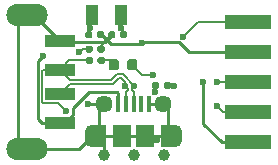
<source format=gbr>
%TF.GenerationSoftware,KiCad,Pcbnew,(5.1.6)-1*%
%TF.CreationDate,2020-09-29T18:05:28+08:00*%
%TF.ProjectId,stlink,73746c69-6e6b-42e6-9b69-6361645f7063,rev?*%
%TF.SameCoordinates,Original*%
%TF.FileFunction,Copper,L1,Top*%
%TF.FilePolarity,Positive*%
%FSLAX46Y46*%
G04 Gerber Fmt 4.6, Leading zero omitted, Abs format (unit mm)*
G04 Created by KiCad (PCBNEW (5.1.6)-1) date 2020-09-29 18:05:28*
%MOMM*%
%LPD*%
G01*
G04 APERTURE LIST*
%TA.AperFunction,ComponentPad*%
%ADD10C,1.000000*%
%TD*%
%TA.AperFunction,SMDPad,CuDef*%
%ADD11R,1.200000X1.900000*%
%TD*%
%TA.AperFunction,ComponentPad*%
%ADD12O,1.200000X1.900000*%
%TD*%
%TA.AperFunction,SMDPad,CuDef*%
%ADD13R,1.500000X1.900000*%
%TD*%
%TA.AperFunction,SMDPad,CuDef*%
%ADD14C,1.450000*%
%TD*%
%TA.AperFunction,SMDPad,CuDef*%
%ADD15R,0.400000X1.350000*%
%TD*%
%TA.AperFunction,SMDPad,CuDef*%
%ADD16R,1.000000X1.800000*%
%TD*%
%TA.AperFunction,SMDPad,CuDef*%
%ADD17R,4.000000X1.270000*%
%TD*%
%TA.AperFunction,ComponentPad*%
%ADD18O,3.500000X1.900000*%
%TD*%
%TA.AperFunction,SMDPad,CuDef*%
%ADD19R,2.500000X1.100000*%
%TD*%
%TA.AperFunction,ViaPad*%
%ADD20C,0.600000*%
%TD*%
%TA.AperFunction,Conductor*%
%ADD21C,0.250000*%
%TD*%
%TA.AperFunction,Conductor*%
%ADD22C,0.150000*%
%TD*%
G04 APERTURE END LIST*
D10*
%TO.P,J4,3*%
%TO.N,L_SWDIO*%
X13540000Y-13100000D03*
%TO.P,J4,2*%
%TO.N,L_SWCLK*%
X11000000Y-13100000D03*
%TO.P,J4,1*%
%TO.N,GND*%
X8460000Y-13100000D03*
%TD*%
D11*
%TO.P,J1,6*%
%TO.N,GND*%
X8100000Y-11437500D03*
X13900000Y-11437500D03*
D12*
X14500000Y-11437500D03*
X7500000Y-11437500D03*
D13*
X10000000Y-11437500D03*
D14*
X13500000Y-8737500D03*
D15*
%TO.P,J1,3*%
%TO.N,USB_P*%
X11000000Y-8737500D03*
%TO.P,J1,4*%
%TO.N,Net-(J1-Pad4)*%
X11650000Y-8737500D03*
%TO.P,J1,5*%
%TO.N,GND*%
X12300000Y-8737500D03*
%TO.P,J1,1*%
%TO.N,+5V*%
X9700000Y-8737500D03*
%TO.P,J1,2*%
%TO.N,USB_N*%
X10350000Y-8737500D03*
D14*
%TO.P,J1,6*%
%TO.N,GND*%
X8500000Y-8737500D03*
D13*
X12000000Y-11437500D03*
%TD*%
D16*
%TO.P,Y1,2*%
%TO.N,Net-(C2-Pad1)*%
X9940000Y-1230000D03*
%TO.P,Y1,1*%
%TO.N,Net-(C1-Pad1)*%
X7440000Y-1230000D03*
%TD*%
%TO.P,R3,2*%
%TO.N,T_JTMS*%
%TA.AperFunction,SMDPad,CuDef*%
G36*
G01*
X13160000Y-7027500D02*
X13160000Y-7372500D01*
G75*
G02*
X13012500Y-7520000I-147500J0D01*
G01*
X12717500Y-7520000D01*
G75*
G02*
X12570000Y-7372500I0J147500D01*
G01*
X12570000Y-7027500D01*
G75*
G02*
X12717500Y-6880000I147500J0D01*
G01*
X13012500Y-6880000D01*
G75*
G02*
X13160000Y-7027500I0J-147500D01*
G01*
G37*
%TD.AperFunction*%
%TO.P,R3,1*%
%TO.N,Net-(R3-Pad1)*%
%TA.AperFunction,SMDPad,CuDef*%
G36*
G01*
X14130000Y-7027500D02*
X14130000Y-7372500D01*
G75*
G02*
X13982500Y-7520000I-147500J0D01*
G01*
X13687500Y-7520000D01*
G75*
G02*
X13540000Y-7372500I0J147500D01*
G01*
X13540000Y-7027500D01*
G75*
G02*
X13687500Y-6880000I147500J0D01*
G01*
X13982500Y-6880000D01*
G75*
G02*
X14130000Y-7027500I0J-147500D01*
G01*
G37*
%TD.AperFunction*%
%TD*%
%TO.P,R2,2*%
%TO.N,Net-(D1-Pad1)*%
%TA.AperFunction,SMDPad,CuDef*%
G36*
G01*
X8077500Y-4790000D02*
X8422500Y-4790000D01*
G75*
G02*
X8570000Y-4937500I0J-147500D01*
G01*
X8570000Y-5232500D01*
G75*
G02*
X8422500Y-5380000I-147500J0D01*
G01*
X8077500Y-5380000D01*
G75*
G02*
X7930000Y-5232500I0J147500D01*
G01*
X7930000Y-4937500D01*
G75*
G02*
X8077500Y-4790000I147500J0D01*
G01*
G37*
%TD.AperFunction*%
%TO.P,R2,1*%
%TO.N,GND*%
%TA.AperFunction,SMDPad,CuDef*%
G36*
G01*
X8077500Y-3820000D02*
X8422500Y-3820000D01*
G75*
G02*
X8570000Y-3967500I0J-147500D01*
G01*
X8570000Y-4262500D01*
G75*
G02*
X8422500Y-4410000I-147500J0D01*
G01*
X8077500Y-4410000D01*
G75*
G02*
X7930000Y-4262500I0J147500D01*
G01*
X7930000Y-3967500D01*
G75*
G02*
X8077500Y-3820000I147500J0D01*
G01*
G37*
%TD.AperFunction*%
%TD*%
%TO.P,R1,2*%
%TO.N,+3V3*%
%TA.AperFunction,SMDPad,CuDef*%
G36*
G01*
X7422500Y-4410000D02*
X7077500Y-4410000D01*
G75*
G02*
X6930000Y-4262500I0J147500D01*
G01*
X6930000Y-3967500D01*
G75*
G02*
X7077500Y-3820000I147500J0D01*
G01*
X7422500Y-3820000D01*
G75*
G02*
X7570000Y-3967500I0J-147500D01*
G01*
X7570000Y-4262500D01*
G75*
G02*
X7422500Y-4410000I-147500J0D01*
G01*
G37*
%TD.AperFunction*%
%TO.P,R1,1*%
%TO.N,USB_P*%
%TA.AperFunction,SMDPad,CuDef*%
G36*
G01*
X7422500Y-5380000D02*
X7077500Y-5380000D01*
G75*
G02*
X6930000Y-5232500I0J147500D01*
G01*
X6930000Y-4937500D01*
G75*
G02*
X7077500Y-4790000I147500J0D01*
G01*
X7422500Y-4790000D01*
G75*
G02*
X7570000Y-4937500I0J-147500D01*
G01*
X7570000Y-5232500D01*
G75*
G02*
X7422500Y-5380000I-147500J0D01*
G01*
G37*
%TD.AperFunction*%
%TD*%
D17*
%TO.P,J3,5*%
%TO.N,+3V3*%
X20700000Y-11980000D03*
%TO.P,J3,4*%
%TO.N,T_JTMS*%
X20700000Y-9440000D03*
%TO.P,J3,3*%
%TO.N,T_JTCK*%
X20700000Y-6900000D03*
%TO.P,J3,2*%
%TO.N,GND*%
X20700000Y-4360000D03*
%TO.P,J3,1*%
%TO.N,T_nRST*%
X20700000Y-1820000D03*
%TD*%
D18*
%TO.P,J2,5*%
%TO.N,GND*%
X2000000Y-1200000D03*
X2000000Y-12600000D03*
D19*
%TO.P,J2,4*%
X4750000Y-3400000D03*
%TO.P,J2,1*%
%TO.N,+5V*%
X4750000Y-10400000D03*
%TO.P,J2,3*%
%TO.N,USB_P*%
X4750000Y-5900000D03*
%TO.P,J2,2*%
%TO.N,USB_N*%
X4750000Y-7900000D03*
%TD*%
%TO.P,D1,2*%
%TO.N,LED_STA*%
%TA.AperFunction,SMDPad,CuDef*%
G36*
G01*
X10450000Y-5706250D02*
X10450000Y-5193750D01*
G75*
G02*
X10668750Y-4975000I218750J0D01*
G01*
X11106250Y-4975000D01*
G75*
G02*
X11325000Y-5193750I0J-218750D01*
G01*
X11325000Y-5706250D01*
G75*
G02*
X11106250Y-5925000I-218750J0D01*
G01*
X10668750Y-5925000D01*
G75*
G02*
X10450000Y-5706250I0J218750D01*
G01*
G37*
%TD.AperFunction*%
%TO.P,D1,1*%
%TO.N,Net-(D1-Pad1)*%
%TA.AperFunction,SMDPad,CuDef*%
G36*
G01*
X8875000Y-5706250D02*
X8875000Y-5193750D01*
G75*
G02*
X9093750Y-4975000I218750J0D01*
G01*
X9531250Y-4975000D01*
G75*
G02*
X9750000Y-5193750I0J-218750D01*
G01*
X9750000Y-5706250D01*
G75*
G02*
X9531250Y-5925000I-218750J0D01*
G01*
X9093750Y-5925000D01*
G75*
G02*
X8875000Y-5706250I0J218750D01*
G01*
G37*
%TD.AperFunction*%
%TD*%
%TO.P,C2,2*%
%TO.N,GND*%
%TA.AperFunction,SMDPad,CuDef*%
G36*
G01*
X9460000Y-2727500D02*
X9460000Y-3072500D01*
G75*
G02*
X9312500Y-3220000I-147500J0D01*
G01*
X9017500Y-3220000D01*
G75*
G02*
X8870000Y-3072500I0J147500D01*
G01*
X8870000Y-2727500D01*
G75*
G02*
X9017500Y-2580000I147500J0D01*
G01*
X9312500Y-2580000D01*
G75*
G02*
X9460000Y-2727500I0J-147500D01*
G01*
G37*
%TD.AperFunction*%
%TO.P,C2,1*%
%TO.N,Net-(C2-Pad1)*%
%TA.AperFunction,SMDPad,CuDef*%
G36*
G01*
X10430000Y-2727500D02*
X10430000Y-3072500D01*
G75*
G02*
X10282500Y-3220000I-147500J0D01*
G01*
X9987500Y-3220000D01*
G75*
G02*
X9840000Y-3072500I0J147500D01*
G01*
X9840000Y-2727500D01*
G75*
G02*
X9987500Y-2580000I147500J0D01*
G01*
X10282500Y-2580000D01*
G75*
G02*
X10430000Y-2727500I0J-147500D01*
G01*
G37*
%TD.AperFunction*%
%TD*%
%TO.P,C1,2*%
%TO.N,GND*%
%TA.AperFunction,SMDPad,CuDef*%
G36*
G01*
X7890000Y-3072500D02*
X7890000Y-2727500D01*
G75*
G02*
X8037500Y-2580000I147500J0D01*
G01*
X8332500Y-2580000D01*
G75*
G02*
X8480000Y-2727500I0J-147500D01*
G01*
X8480000Y-3072500D01*
G75*
G02*
X8332500Y-3220000I-147500J0D01*
G01*
X8037500Y-3220000D01*
G75*
G02*
X7890000Y-3072500I0J147500D01*
G01*
G37*
%TD.AperFunction*%
%TO.P,C1,1*%
%TO.N,Net-(C1-Pad1)*%
%TA.AperFunction,SMDPad,CuDef*%
G36*
G01*
X6920000Y-3072500D02*
X6920000Y-2727500D01*
G75*
G02*
X7067500Y-2580000I147500J0D01*
G01*
X7362500Y-2580000D01*
G75*
G02*
X7510000Y-2727500I0J-147500D01*
G01*
X7510000Y-3072500D01*
G75*
G02*
X7362500Y-3220000I-147500J0D01*
G01*
X7067500Y-3220000D01*
G75*
G02*
X6920000Y-3072500I0J147500D01*
G01*
G37*
%TD.AperFunction*%
%TD*%
D20*
%TO.N,GND*%
X11700000Y-3630991D03*
X8750000Y-3350000D03*
X7150000Y-8750000D03*
X4750000Y-3400000D03*
X13015000Y-11850000D03*
%TO.N,Net-(C1-Pad1)*%
X7300000Y-2350000D03*
%TO.N,Net-(C2-Pad1)*%
X9900000Y-2350000D03*
%TO.N,+5V*%
X4750000Y-10400000D03*
X3350000Y-4700000D03*
%TO.N,+3V3*%
X6400000Y-4400000D03*
X16900000Y-6900000D03*
%TO.N,USB_P*%
X11055000Y-7232498D03*
X5300000Y-9350000D03*
%TO.N,USB_N*%
X10295000Y-7232498D03*
%TO.N,T_JTMS*%
X12850000Y-7750000D03*
X18050000Y-8900000D03*
%TO.N,T_JTCK*%
X18050000Y-6900000D03*
%TO.N,T_nRST*%
X15191628Y-3058372D03*
%TO.N,LED_STA*%
X12600000Y-6300000D03*
%TO.N,Net-(R3-Pad1)*%
X14400000Y-7225000D03*
%TD*%
D21*
%TO.N,GND*%
X8750000Y-3315000D02*
X9165000Y-2900000D01*
X8750000Y-3350000D02*
X8750000Y-3315000D01*
X8300000Y-2900000D02*
X8750000Y-3350000D01*
X8185000Y-2900000D02*
X8300000Y-2900000D01*
X4894990Y-3544990D02*
X4750000Y-3400000D01*
X8555010Y-3544990D02*
X4894990Y-3544990D01*
X8750000Y-3350000D02*
X8555010Y-3544990D01*
X11680992Y-3649999D02*
X11700000Y-3630991D01*
X9049999Y-3649999D02*
X11680992Y-3649999D01*
X8750000Y-3350000D02*
X9049999Y-3649999D01*
X8487500Y-8750000D02*
X8500000Y-8737500D01*
X7150000Y-8750000D02*
X8487500Y-8750000D01*
X13900000Y-9137500D02*
X13500000Y-8737500D01*
X13900000Y-11437500D02*
X13900000Y-9137500D01*
X8460000Y-11797500D02*
X8100000Y-11437500D01*
X8460000Y-13100000D02*
X8460000Y-11797500D01*
X6337500Y-12600000D02*
X7500000Y-11437500D01*
X2000000Y-12600000D02*
X6337500Y-12600000D01*
X1174999Y-2025001D02*
X2000000Y-1200000D01*
X1174999Y-11774999D02*
X1174999Y-2025001D01*
X2000000Y-12600000D02*
X1174999Y-11774999D01*
X2550000Y-1200000D02*
X4750000Y-3400000D01*
X2000000Y-1200000D02*
X2550000Y-1200000D01*
X13015000Y-11440000D02*
X13012500Y-11437500D01*
X13015000Y-11850000D02*
X13015000Y-11440000D01*
X8100000Y-11437500D02*
X13012500Y-11437500D01*
X13012500Y-11437500D02*
X13900000Y-11437500D01*
X14853988Y-3554990D02*
X15658998Y-4360000D01*
X15658998Y-4360000D02*
X20700000Y-4360000D01*
X11776001Y-3554990D02*
X14853988Y-3554990D01*
X11700000Y-3630991D02*
X11776001Y-3554990D01*
X8100000Y-9137500D02*
X8500000Y-8737500D01*
X8100000Y-11437500D02*
X8100000Y-9137500D01*
X12300000Y-8737500D02*
X13500000Y-8737500D01*
D22*
X8250000Y-3850000D02*
X8750000Y-3350000D01*
X8250000Y-4115000D02*
X8250000Y-3850000D01*
%TO.N,Net-(C1-Pad1)*%
X7300000Y-1370000D02*
X7440000Y-1230000D01*
X7300000Y-2350000D02*
X7300000Y-1370000D01*
X7215000Y-2435000D02*
X7300000Y-2350000D01*
X7215000Y-2900000D02*
X7215000Y-2435000D01*
%TO.N,Net-(C2-Pad1)*%
X9900000Y-1270000D02*
X9940000Y-1230000D01*
X9900000Y-2350000D02*
X9900000Y-1270000D01*
X10135000Y-2585000D02*
X9900000Y-2350000D01*
X10135000Y-2900000D02*
X10135000Y-2585000D01*
D21*
%TO.N,+5V*%
X2924989Y-10074989D02*
X2924989Y-5125011D01*
X2924989Y-5125011D02*
X3350000Y-4700000D01*
X4750000Y-10400000D02*
X3250000Y-10400000D01*
X3250000Y-10400000D02*
X2924989Y-10074989D01*
X5875001Y-9674999D02*
X5150000Y-10400000D01*
X9700000Y-8737500D02*
X9700000Y-7812500D01*
X5150000Y-10400000D02*
X4750000Y-10400000D01*
X9700000Y-7812500D02*
X9624999Y-7737499D01*
X7207503Y-7737499D02*
X5875001Y-9070001D01*
X9624999Y-7737499D02*
X7207503Y-7737499D01*
X5875001Y-9070001D02*
X5875001Y-9674999D01*
D22*
%TO.N,+3V3*%
X7250000Y-4115000D02*
X6685000Y-4115000D01*
X6685000Y-4115000D02*
X6400000Y-4400000D01*
D21*
X16900000Y-10430000D02*
X16900000Y-6900000D01*
X20700000Y-11980000D02*
X18450000Y-11980000D01*
X18450000Y-11980000D02*
X16900000Y-10430000D01*
D22*
%TO.N,USB_P*%
X10830000Y-7457498D02*
X11055000Y-7232498D01*
X10830000Y-7554999D02*
X10830000Y-7457498D01*
X11000000Y-8737500D02*
X11000000Y-7724999D01*
X11000000Y-7724999D02*
X10830000Y-7554999D01*
X5595000Y-6745000D02*
X4750000Y-5900000D01*
X9105754Y-6745000D02*
X5595000Y-6745000D01*
X11055000Y-7232498D02*
X10067502Y-6245000D01*
X9605754Y-6245000D02*
X9105754Y-6745000D01*
X10067502Y-6245000D02*
X9605754Y-6245000D01*
X5565000Y-5085000D02*
X4750000Y-5900000D01*
X7250000Y-5085000D02*
X5565000Y-5085000D01*
X4750000Y-5900000D02*
X3350000Y-5900000D01*
X3350000Y-5900000D02*
X3274999Y-5975001D01*
X3274999Y-8630001D02*
X3319999Y-8675001D01*
X3274999Y-5975001D02*
X3274999Y-8630001D01*
X5300000Y-9350000D02*
X4625001Y-8675001D01*
X3319999Y-8675001D02*
X3724999Y-8675001D01*
X4625001Y-8675001D02*
X3724999Y-8675001D01*
%TO.N,USB_N*%
X10520000Y-7554999D02*
X10520000Y-7457498D01*
X10350000Y-7724999D02*
X10520000Y-7554999D01*
X10350000Y-8737500D02*
X10350000Y-7724999D01*
X10520000Y-7457498D02*
X10295000Y-7232498D01*
X9234162Y-7055000D02*
X5595000Y-7055000D01*
X9939095Y-6555000D02*
X9734162Y-6555000D01*
X10295000Y-7232498D02*
X10295000Y-6910905D01*
X10295000Y-6910905D02*
X9939095Y-6555000D01*
X5595000Y-7055000D02*
X4750000Y-7900000D01*
X9734162Y-6555000D02*
X9234162Y-7055000D01*
%TO.N,T_JTMS*%
X12865000Y-7200000D02*
X12865000Y-7735000D01*
X12865000Y-7735000D02*
X12850000Y-7750000D01*
X18590000Y-9440000D02*
X18050000Y-8900000D01*
X20700000Y-9440000D02*
X18590000Y-9440000D01*
%TO.N,T_JTCK*%
X18050000Y-6900000D02*
X20700000Y-6900000D01*
%TO.N,T_nRST*%
X16430000Y-1820000D02*
X15191628Y-3058372D01*
X20700000Y-1820000D02*
X16430000Y-1820000D01*
%TO.N,LED_STA*%
X11737500Y-6300000D02*
X10887500Y-5450000D01*
X12600000Y-6300000D02*
X11737500Y-6300000D01*
%TO.N,Net-(D1-Pad1)*%
X8947500Y-5085000D02*
X9312500Y-5450000D01*
X8250000Y-5085000D02*
X8947500Y-5085000D01*
%TO.N,Net-(R3-Pad1)*%
X13835000Y-7200000D02*
X14375000Y-7200000D01*
X14375000Y-7200000D02*
X14400000Y-7225000D01*
%TD*%
M02*

</source>
